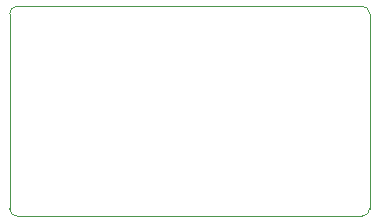
<source format=gbr>
G04 #@! TF.GenerationSoftware,KiCad,Pcbnew,5.1.5+dfsg1-2build2*
G04 #@! TF.CreationDate,2021-03-15T22:22:15+01:00*
G04 #@! TF.ProjectId,ProMicro_CONN,50726f4d-6963-4726-9f5f-434f4e4e2e6b,v1.5*
G04 #@! TF.SameCoordinates,Original*
G04 #@! TF.FileFunction,Profile,NP*
%FSLAX46Y46*%
G04 Gerber Fmt 4.6, Leading zero omitted, Abs format (unit mm)*
G04 Created by KiCad*
%MOMM*%
%LPD*%
G04 APERTURE LIST*
%ADD10C,0.100000*%
G04 APERTURE END LIST*
D10*
X165735000Y-120650000D02*
X136525000Y-120650000D01*
X136525000Y-102870000D02*
X165735000Y-102870000D01*
X166370000Y-103505000D02*
G75*
G03X165735000Y-102870000I-635000J0D01*
G01*
X165735000Y-120650000D02*
G75*
G03X166370000Y-120015000I0J635000D01*
G01*
X135890000Y-120015000D02*
G75*
G03X136525000Y-120650000I635000J0D01*
G01*
X136525000Y-102870000D02*
G75*
G03X135890000Y-103505000I0J-635000D01*
G01*
X166370000Y-120015000D02*
X166370000Y-103505000D01*
X135890000Y-103505000D02*
X135890000Y-120015000D01*
M02*

</source>
